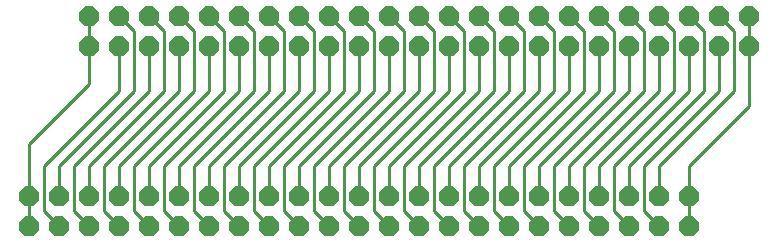
<source format=gbl>
G75*
%MOIN*%
%OFA0B0*%
%FSLAX25Y25*%
%IPPOS*%
%LPD*%
%AMOC8*
5,1,8,0,0,1.08239X$1,22.5*
%
%ADD10OC8,0.06600*%
%ADD11C,0.01000*%
D10*
X0018500Y0014500D03*
X0028500Y0014500D03*
X0038500Y0014500D03*
X0048500Y0014500D03*
X0058500Y0014500D03*
X0068500Y0014500D03*
X0078500Y0014500D03*
X0088500Y0014500D03*
X0098500Y0014500D03*
X0108500Y0014500D03*
X0118500Y0014500D03*
X0128500Y0014500D03*
X0138500Y0014500D03*
X0148500Y0014500D03*
X0158500Y0014500D03*
X0168500Y0014500D03*
X0178500Y0014500D03*
X0188500Y0014500D03*
X0198500Y0014500D03*
X0208500Y0014500D03*
X0218500Y0014500D03*
X0228500Y0014500D03*
X0238500Y0014500D03*
X0238500Y0024500D03*
X0228500Y0024500D03*
X0218500Y0024500D03*
X0208500Y0024500D03*
X0198500Y0024500D03*
X0188500Y0024500D03*
X0178500Y0024500D03*
X0168500Y0024500D03*
X0158500Y0024500D03*
X0148500Y0024500D03*
X0138500Y0024500D03*
X0128500Y0024500D03*
X0118500Y0024500D03*
X0108500Y0024500D03*
X0098500Y0024500D03*
X0088500Y0024500D03*
X0078500Y0024500D03*
X0068500Y0024500D03*
X0058500Y0024500D03*
X0048500Y0024500D03*
X0038500Y0024500D03*
X0028500Y0024500D03*
X0018500Y0024500D03*
X0038500Y0074500D03*
X0048500Y0074500D03*
X0058500Y0074500D03*
X0068500Y0074500D03*
X0078500Y0074500D03*
X0088500Y0074500D03*
X0098500Y0074500D03*
X0108500Y0074500D03*
X0118500Y0074500D03*
X0128500Y0074500D03*
X0138500Y0074500D03*
X0148500Y0074500D03*
X0158500Y0074500D03*
X0168500Y0074500D03*
X0178500Y0074500D03*
X0188500Y0074500D03*
X0198500Y0074500D03*
X0208500Y0074500D03*
X0218500Y0074500D03*
X0228500Y0074500D03*
X0238500Y0074500D03*
X0248500Y0074500D03*
X0258500Y0074500D03*
X0258500Y0084500D03*
X0248500Y0084500D03*
X0238500Y0084500D03*
X0228500Y0084500D03*
X0218500Y0084500D03*
X0208500Y0084500D03*
X0198500Y0084500D03*
X0188500Y0084500D03*
X0178500Y0084500D03*
X0168500Y0084500D03*
X0158500Y0084500D03*
X0148500Y0084500D03*
X0138500Y0084500D03*
X0128500Y0084500D03*
X0118500Y0084500D03*
X0108500Y0084500D03*
X0098500Y0084500D03*
X0088500Y0084500D03*
X0078500Y0084500D03*
X0068500Y0084500D03*
X0058500Y0084500D03*
X0048500Y0084500D03*
X0038500Y0084500D03*
D11*
X0038500Y0074500D01*
X0038500Y0062000D01*
X0018500Y0042000D01*
X0018500Y0024500D01*
X0018500Y0014500D01*
X0023500Y0019500D02*
X0028500Y0014500D01*
X0033500Y0019500D02*
X0038500Y0014500D01*
X0043500Y0019500D02*
X0048500Y0014500D01*
X0053500Y0019500D02*
X0058500Y0014500D01*
X0063500Y0019500D02*
X0068500Y0014500D01*
X0073500Y0019500D02*
X0078500Y0014500D01*
X0083500Y0019500D02*
X0088500Y0014500D01*
X0093500Y0019500D02*
X0098500Y0014500D01*
X0103500Y0019500D02*
X0108500Y0014500D01*
X0113500Y0019500D02*
X0118500Y0014500D01*
X0123500Y0019500D02*
X0128500Y0014500D01*
X0133500Y0019500D02*
X0138500Y0014500D01*
X0143500Y0019500D02*
X0148500Y0014500D01*
X0153500Y0019500D02*
X0158500Y0014500D01*
X0163500Y0019500D02*
X0168500Y0014500D01*
X0173500Y0019500D02*
X0178500Y0014500D01*
X0183500Y0019500D02*
X0188500Y0014500D01*
X0193500Y0019500D02*
X0198500Y0014500D01*
X0203500Y0019500D02*
X0208500Y0014500D01*
X0213500Y0019500D02*
X0218500Y0014500D01*
X0223500Y0019500D02*
X0228500Y0014500D01*
X0238500Y0014500D02*
X0238500Y0024500D01*
X0238500Y0034500D01*
X0258500Y0054500D01*
X0258500Y0074500D01*
X0258500Y0084500D01*
X0253500Y0079500D02*
X0248500Y0084500D01*
X0243500Y0079500D02*
X0238500Y0084500D01*
X0233500Y0079500D02*
X0228500Y0084500D01*
X0223500Y0079500D02*
X0218500Y0084500D01*
X0213500Y0079500D02*
X0208500Y0084500D01*
X0203500Y0079500D02*
X0198500Y0084500D01*
X0193500Y0079500D02*
X0188500Y0084500D01*
X0183500Y0079500D02*
X0178500Y0084500D01*
X0173500Y0079500D02*
X0168500Y0084500D01*
X0163500Y0079500D02*
X0158500Y0084500D01*
X0153500Y0079500D02*
X0148500Y0084500D01*
X0143500Y0079500D02*
X0138500Y0084500D01*
X0133500Y0079500D02*
X0128500Y0084500D01*
X0123500Y0079500D02*
X0118500Y0084500D01*
X0113500Y0079500D02*
X0108500Y0084500D01*
X0103500Y0079500D02*
X0098500Y0084500D01*
X0093500Y0079500D02*
X0088500Y0084500D01*
X0083500Y0079500D02*
X0078500Y0084500D01*
X0073500Y0079500D02*
X0068500Y0084500D01*
X0063500Y0079500D02*
X0058500Y0084500D01*
X0053500Y0079500D02*
X0048500Y0084500D01*
X0053500Y0079500D02*
X0053500Y0059500D01*
X0028500Y0034500D01*
X0028500Y0024500D01*
X0038500Y0024500D02*
X0038500Y0034500D01*
X0063500Y0059500D01*
X0063500Y0079500D01*
X0073500Y0079500D02*
X0073500Y0059500D01*
X0048500Y0034500D01*
X0048500Y0024500D01*
X0058500Y0024500D02*
X0058500Y0034500D01*
X0083500Y0059500D01*
X0083500Y0079500D01*
X0093500Y0079500D02*
X0093500Y0059500D01*
X0068500Y0034500D01*
X0068500Y0024500D01*
X0078500Y0024500D02*
X0078500Y0034500D01*
X0103500Y0059500D01*
X0103500Y0079500D01*
X0113500Y0079500D02*
X0113500Y0059500D01*
X0088500Y0034500D01*
X0088500Y0024500D01*
X0098500Y0024500D02*
X0098500Y0034500D01*
X0123500Y0059500D01*
X0123500Y0079500D01*
X0133500Y0079500D02*
X0133500Y0059500D01*
X0108500Y0034500D01*
X0108500Y0024500D01*
X0118500Y0024500D02*
X0118500Y0034500D01*
X0143500Y0059500D01*
X0143500Y0079500D01*
X0153500Y0079500D02*
X0153500Y0059500D01*
X0128500Y0034500D01*
X0128500Y0024500D01*
X0138500Y0024500D02*
X0138500Y0034500D01*
X0163500Y0059500D01*
X0163500Y0079500D01*
X0173500Y0079500D02*
X0173500Y0059500D01*
X0148500Y0034500D01*
X0148500Y0024500D01*
X0158500Y0024500D02*
X0158500Y0034500D01*
X0183500Y0059500D01*
X0183500Y0079500D01*
X0193500Y0079500D02*
X0193500Y0059500D01*
X0168500Y0034500D01*
X0168500Y0024500D01*
X0178500Y0024500D02*
X0178500Y0034500D01*
X0203500Y0059500D01*
X0203500Y0079500D01*
X0213500Y0079500D02*
X0213500Y0059500D01*
X0188500Y0034500D01*
X0188500Y0024500D01*
X0198500Y0024500D02*
X0198500Y0034500D01*
X0223500Y0059500D01*
X0223500Y0079500D01*
X0233500Y0079500D02*
X0233500Y0059500D01*
X0208500Y0034500D01*
X0208500Y0024500D01*
X0218500Y0024500D02*
X0218500Y0034500D01*
X0243500Y0059500D01*
X0243500Y0079500D01*
X0253500Y0079500D02*
X0253500Y0059500D01*
X0228500Y0034500D01*
X0228500Y0024500D01*
X0223500Y0019500D02*
X0223500Y0034500D01*
X0248500Y0059500D01*
X0248500Y0074500D01*
X0238500Y0074500D02*
X0238500Y0059500D01*
X0213500Y0034500D01*
X0213500Y0019500D01*
X0203500Y0019500D02*
X0203500Y0034500D01*
X0228500Y0059500D01*
X0228500Y0074500D01*
X0218500Y0074500D02*
X0218500Y0059500D01*
X0193500Y0034500D01*
X0193500Y0019500D01*
X0183500Y0019500D02*
X0183500Y0034500D01*
X0208500Y0059500D01*
X0208500Y0074500D01*
X0198500Y0074500D02*
X0198500Y0059500D01*
X0173500Y0034500D01*
X0173500Y0019500D01*
X0163500Y0019500D02*
X0163500Y0034500D01*
X0188500Y0059500D01*
X0188500Y0074500D01*
X0178500Y0074500D02*
X0178500Y0059500D01*
X0153500Y0034500D01*
X0153500Y0019500D01*
X0143500Y0019500D02*
X0143500Y0034500D01*
X0168500Y0059500D01*
X0168500Y0074500D01*
X0158500Y0074500D02*
X0158500Y0059500D01*
X0133500Y0034500D01*
X0133500Y0019500D01*
X0123500Y0019500D02*
X0123500Y0034500D01*
X0148500Y0059500D01*
X0148500Y0074500D01*
X0138500Y0074500D02*
X0138500Y0059500D01*
X0113500Y0034500D01*
X0113500Y0019500D01*
X0103500Y0019500D02*
X0103500Y0034500D01*
X0128500Y0059500D01*
X0128500Y0074500D01*
X0118500Y0074500D02*
X0118500Y0059500D01*
X0093500Y0034500D01*
X0093500Y0019500D01*
X0083500Y0019500D02*
X0083500Y0034500D01*
X0108500Y0059500D01*
X0108500Y0074500D01*
X0098500Y0074500D02*
X0098500Y0059500D01*
X0073500Y0034500D01*
X0073500Y0019500D01*
X0063500Y0019500D02*
X0063500Y0034500D01*
X0088500Y0059500D01*
X0088500Y0074500D01*
X0078500Y0074500D02*
X0078500Y0059500D01*
X0053500Y0034500D01*
X0053500Y0019500D01*
X0043500Y0019500D02*
X0043500Y0034500D01*
X0068500Y0059500D01*
X0068500Y0074500D01*
X0058500Y0074500D02*
X0058500Y0059500D01*
X0033500Y0034500D01*
X0033500Y0019500D01*
X0023500Y0019500D02*
X0023500Y0034500D01*
X0048500Y0059500D01*
X0048500Y0074500D01*
M02*

</source>
